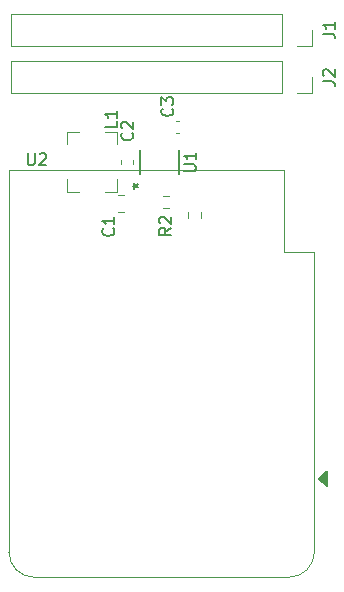
<source format=gbr>
%TF.GenerationSoftware,KiCad,Pcbnew,8.0.6*%
%TF.CreationDate,2024-10-31T15:28:50+01:00*%
%TF.ProjectId,PCB_FINAL2.1,5043425f-4649-44e4-914c-322e312e6b69,rev?*%
%TF.SameCoordinates,Original*%
%TF.FileFunction,Legend,Top*%
%TF.FilePolarity,Positive*%
%FSLAX46Y46*%
G04 Gerber Fmt 4.6, Leading zero omitted, Abs format (unit mm)*
G04 Created by KiCad (PCBNEW 8.0.6) date 2024-10-31 15:28:50*
%MOMM*%
%LPD*%
G01*
G04 APERTURE LIST*
%ADD10C,0.150000*%
%ADD11C,0.120000*%
%ADD12C,0.152400*%
G04 APERTURE END LIST*
D10*
X76754818Y-93716666D02*
X76754818Y-94192856D01*
X76754818Y-94192856D02*
X75754818Y-94192856D01*
X76754818Y-92859523D02*
X76754818Y-93430951D01*
X76754818Y-93145237D02*
X75754818Y-93145237D01*
X75754818Y-93145237D02*
X75897675Y-93240475D01*
X75897675Y-93240475D02*
X75992913Y-93335713D01*
X75992913Y-93335713D02*
X76040532Y-93430951D01*
X82454818Y-97961904D02*
X83264341Y-97961904D01*
X83264341Y-97961904D02*
X83359579Y-97914285D01*
X83359579Y-97914285D02*
X83407199Y-97866666D01*
X83407199Y-97866666D02*
X83454818Y-97771428D01*
X83454818Y-97771428D02*
X83454818Y-97580952D01*
X83454818Y-97580952D02*
X83407199Y-97485714D01*
X83407199Y-97485714D02*
X83359579Y-97438095D01*
X83359579Y-97438095D02*
X83264341Y-97390476D01*
X83264341Y-97390476D02*
X82454818Y-97390476D01*
X83454818Y-96390476D02*
X83454818Y-96961904D01*
X83454818Y-96676190D02*
X82454818Y-96676190D01*
X82454818Y-96676190D02*
X82597675Y-96771428D01*
X82597675Y-96771428D02*
X82692913Y-96866666D01*
X82692913Y-96866666D02*
X82740532Y-96961904D01*
X78104818Y-99200000D02*
X78342913Y-99200000D01*
X78247675Y-99438095D02*
X78342913Y-99200000D01*
X78342913Y-99200000D02*
X78247675Y-98961905D01*
X78533389Y-99342857D02*
X78342913Y-99200000D01*
X78342913Y-99200000D02*
X78533389Y-99057143D01*
X81354818Y-102766666D02*
X80878627Y-103099999D01*
X81354818Y-103338094D02*
X80354818Y-103338094D01*
X80354818Y-103338094D02*
X80354818Y-102957142D01*
X80354818Y-102957142D02*
X80402437Y-102861904D01*
X80402437Y-102861904D02*
X80450056Y-102814285D01*
X80450056Y-102814285D02*
X80545294Y-102766666D01*
X80545294Y-102766666D02*
X80688151Y-102766666D01*
X80688151Y-102766666D02*
X80783389Y-102814285D01*
X80783389Y-102814285D02*
X80831008Y-102861904D01*
X80831008Y-102861904D02*
X80878627Y-102957142D01*
X80878627Y-102957142D02*
X80878627Y-103338094D01*
X80450056Y-102385713D02*
X80402437Y-102338094D01*
X80402437Y-102338094D02*
X80354818Y-102242856D01*
X80354818Y-102242856D02*
X80354818Y-102004761D01*
X80354818Y-102004761D02*
X80402437Y-101909523D01*
X80402437Y-101909523D02*
X80450056Y-101861904D01*
X80450056Y-101861904D02*
X80545294Y-101814285D01*
X80545294Y-101814285D02*
X80640532Y-101814285D01*
X80640532Y-101814285D02*
X80783389Y-101861904D01*
X80783389Y-101861904D02*
X81354818Y-102433332D01*
X81354818Y-102433332D02*
X81354818Y-101814285D01*
X76459579Y-102816666D02*
X76507199Y-102864285D01*
X76507199Y-102864285D02*
X76554818Y-103007142D01*
X76554818Y-103007142D02*
X76554818Y-103102380D01*
X76554818Y-103102380D02*
X76507199Y-103245237D01*
X76507199Y-103245237D02*
X76411960Y-103340475D01*
X76411960Y-103340475D02*
X76316722Y-103388094D01*
X76316722Y-103388094D02*
X76126246Y-103435713D01*
X76126246Y-103435713D02*
X75983389Y-103435713D01*
X75983389Y-103435713D02*
X75792913Y-103388094D01*
X75792913Y-103388094D02*
X75697675Y-103340475D01*
X75697675Y-103340475D02*
X75602437Y-103245237D01*
X75602437Y-103245237D02*
X75554818Y-103102380D01*
X75554818Y-103102380D02*
X75554818Y-103007142D01*
X75554818Y-103007142D02*
X75602437Y-102864285D01*
X75602437Y-102864285D02*
X75650056Y-102816666D01*
X76554818Y-101864285D02*
X76554818Y-102435713D01*
X76554818Y-102149999D02*
X75554818Y-102149999D01*
X75554818Y-102149999D02*
X75697675Y-102245237D01*
X75697675Y-102245237D02*
X75792913Y-102340475D01*
X75792913Y-102340475D02*
X75840532Y-102435713D01*
X94224818Y-86333333D02*
X94939103Y-86333333D01*
X94939103Y-86333333D02*
X95081960Y-86380952D01*
X95081960Y-86380952D02*
X95177199Y-86476190D01*
X95177199Y-86476190D02*
X95224818Y-86619047D01*
X95224818Y-86619047D02*
X95224818Y-86714285D01*
X95224818Y-85333333D02*
X95224818Y-85904761D01*
X95224818Y-85619047D02*
X94224818Y-85619047D01*
X94224818Y-85619047D02*
X94367675Y-85714285D01*
X94367675Y-85714285D02*
X94462913Y-85809523D01*
X94462913Y-85809523D02*
X94510532Y-85904761D01*
X81459579Y-92666666D02*
X81507199Y-92714285D01*
X81507199Y-92714285D02*
X81554818Y-92857142D01*
X81554818Y-92857142D02*
X81554818Y-92952380D01*
X81554818Y-92952380D02*
X81507199Y-93095237D01*
X81507199Y-93095237D02*
X81411960Y-93190475D01*
X81411960Y-93190475D02*
X81316722Y-93238094D01*
X81316722Y-93238094D02*
X81126246Y-93285713D01*
X81126246Y-93285713D02*
X80983389Y-93285713D01*
X80983389Y-93285713D02*
X80792913Y-93238094D01*
X80792913Y-93238094D02*
X80697675Y-93190475D01*
X80697675Y-93190475D02*
X80602437Y-93095237D01*
X80602437Y-93095237D02*
X80554818Y-92952380D01*
X80554818Y-92952380D02*
X80554818Y-92857142D01*
X80554818Y-92857142D02*
X80602437Y-92714285D01*
X80602437Y-92714285D02*
X80650056Y-92666666D01*
X80554818Y-92333332D02*
X80554818Y-91714285D01*
X80554818Y-91714285D02*
X80935770Y-92047618D01*
X80935770Y-92047618D02*
X80935770Y-91904761D01*
X80935770Y-91904761D02*
X80983389Y-91809523D01*
X80983389Y-91809523D02*
X81031008Y-91761904D01*
X81031008Y-91761904D02*
X81126246Y-91714285D01*
X81126246Y-91714285D02*
X81364341Y-91714285D01*
X81364341Y-91714285D02*
X81459579Y-91761904D01*
X81459579Y-91761904D02*
X81507199Y-91809523D01*
X81507199Y-91809523D02*
X81554818Y-91904761D01*
X81554818Y-91904761D02*
X81554818Y-92190475D01*
X81554818Y-92190475D02*
X81507199Y-92285713D01*
X81507199Y-92285713D02*
X81459579Y-92333332D01*
X78059579Y-94716666D02*
X78107199Y-94764285D01*
X78107199Y-94764285D02*
X78154818Y-94907142D01*
X78154818Y-94907142D02*
X78154818Y-95002380D01*
X78154818Y-95002380D02*
X78107199Y-95145237D01*
X78107199Y-95145237D02*
X78011960Y-95240475D01*
X78011960Y-95240475D02*
X77916722Y-95288094D01*
X77916722Y-95288094D02*
X77726246Y-95335713D01*
X77726246Y-95335713D02*
X77583389Y-95335713D01*
X77583389Y-95335713D02*
X77392913Y-95288094D01*
X77392913Y-95288094D02*
X77297675Y-95240475D01*
X77297675Y-95240475D02*
X77202437Y-95145237D01*
X77202437Y-95145237D02*
X77154818Y-95002380D01*
X77154818Y-95002380D02*
X77154818Y-94907142D01*
X77154818Y-94907142D02*
X77202437Y-94764285D01*
X77202437Y-94764285D02*
X77250056Y-94716666D01*
X77250056Y-94335713D02*
X77202437Y-94288094D01*
X77202437Y-94288094D02*
X77154818Y-94192856D01*
X77154818Y-94192856D02*
X77154818Y-93954761D01*
X77154818Y-93954761D02*
X77202437Y-93859523D01*
X77202437Y-93859523D02*
X77250056Y-93811904D01*
X77250056Y-93811904D02*
X77345294Y-93764285D01*
X77345294Y-93764285D02*
X77440532Y-93764285D01*
X77440532Y-93764285D02*
X77583389Y-93811904D01*
X77583389Y-93811904D02*
X78154818Y-94383332D01*
X78154818Y-94383332D02*
X78154818Y-93764285D01*
X69238094Y-96454819D02*
X69238094Y-97264342D01*
X69238094Y-97264342D02*
X69285713Y-97359580D01*
X69285713Y-97359580D02*
X69333332Y-97407200D01*
X69333332Y-97407200D02*
X69428570Y-97454819D01*
X69428570Y-97454819D02*
X69619046Y-97454819D01*
X69619046Y-97454819D02*
X69714284Y-97407200D01*
X69714284Y-97407200D02*
X69761903Y-97359580D01*
X69761903Y-97359580D02*
X69809522Y-97264342D01*
X69809522Y-97264342D02*
X69809522Y-96454819D01*
X70238094Y-96550057D02*
X70285713Y-96502438D01*
X70285713Y-96502438D02*
X70380951Y-96454819D01*
X70380951Y-96454819D02*
X70619046Y-96454819D01*
X70619046Y-96454819D02*
X70714284Y-96502438D01*
X70714284Y-96502438D02*
X70761903Y-96550057D01*
X70761903Y-96550057D02*
X70809522Y-96645295D01*
X70809522Y-96645295D02*
X70809522Y-96740533D01*
X70809522Y-96740533D02*
X70761903Y-96883390D01*
X70761903Y-96883390D02*
X70190475Y-97454819D01*
X70190475Y-97454819D02*
X70809522Y-97454819D01*
X94224818Y-90333333D02*
X94939103Y-90333333D01*
X94939103Y-90333333D02*
X95081960Y-90380952D01*
X95081960Y-90380952D02*
X95177199Y-90476190D01*
X95177199Y-90476190D02*
X95224818Y-90619047D01*
X95224818Y-90619047D02*
X95224818Y-90714285D01*
X94320056Y-89904761D02*
X94272437Y-89857142D01*
X94272437Y-89857142D02*
X94224818Y-89761904D01*
X94224818Y-89761904D02*
X94224818Y-89523809D01*
X94224818Y-89523809D02*
X94272437Y-89428571D01*
X94272437Y-89428571D02*
X94320056Y-89380952D01*
X94320056Y-89380952D02*
X94415294Y-89333333D01*
X94415294Y-89333333D02*
X94510532Y-89333333D01*
X94510532Y-89333333D02*
X94653389Y-89380952D01*
X94653389Y-89380952D02*
X95224818Y-89952380D01*
X95224818Y-89952380D02*
X95224818Y-89333333D01*
D11*
%TO.C,L1*%
X72539999Y-95635000D02*
X72539999Y-94610000D01*
X72539999Y-98665000D02*
X72539999Y-99690000D01*
X73564999Y-94610000D02*
X72539999Y-94610000D01*
X73564999Y-99690000D02*
X72539999Y-99690000D01*
X75734999Y-94610000D02*
X76759999Y-94610000D01*
X75734999Y-99690000D02*
X76759999Y-99690000D01*
X76759999Y-95635000D02*
X76759999Y-94610000D01*
X76759999Y-98665000D02*
X76759999Y-99690000D01*
D12*
%TO.C,U1*%
X78748999Y-98203301D02*
X78748999Y-96196701D01*
X82050999Y-96196701D02*
X82050999Y-98203301D01*
D11*
%TO.C,R2*%
X80645275Y-100039952D02*
X81154723Y-100039952D01*
X80645275Y-101084952D02*
X81154723Y-101084952D01*
%TO.C,C1*%
X76888747Y-99965001D02*
X77411251Y-99965001D01*
X76888747Y-101435001D02*
X77411251Y-101435001D01*
%TO.C,J1*%
X67809999Y-84670000D02*
X67809999Y-87330000D01*
X90729999Y-84670000D02*
X67809999Y-84670000D01*
X90729999Y-84670000D02*
X90729999Y-87330000D01*
X90729999Y-87330000D02*
X67809999Y-87330000D01*
X93329999Y-86000000D02*
X93329999Y-87330000D01*
X93329999Y-87330000D02*
X91999999Y-87330000D01*
%TO.C,C3*%
X81753732Y-93690001D02*
X82046266Y-93690001D01*
X81753732Y-94710001D02*
X82046266Y-94710001D01*
%TO.C,R1*%
X82827500Y-101445276D02*
X82827500Y-101954724D01*
X83872500Y-101445276D02*
X83872500Y-101954724D01*
%TO.C,C2*%
X77139999Y-97053734D02*
X77139999Y-97346268D01*
X78159999Y-97053734D02*
X78159999Y-97346268D01*
%TO.C,U2*%
X67639999Y-97880000D02*
X67639999Y-130210000D01*
X69759999Y-132340000D02*
X91369999Y-132340000D01*
X90959999Y-97880000D02*
X67639999Y-97880000D01*
X90959999Y-104780000D02*
X90959999Y-97880000D01*
X93499999Y-104780000D02*
X90959999Y-104780000D01*
X93499999Y-104780000D02*
X93499999Y-130210000D01*
X69769999Y-132340000D02*
G75*
G02*
X67639999Y-130210000I0J2130000D01*
G01*
X93499999Y-130210000D02*
G75*
G02*
X91369999Y-132340000I-2130002J2D01*
G01*
D10*
X94539999Y-124635000D02*
X93904999Y-124000000D01*
X94539999Y-123365000D01*
X94539999Y-124635000D01*
G36*
X94539999Y-124635000D02*
G01*
X93904999Y-124000000D01*
X94539999Y-123365000D01*
X94539999Y-124635000D01*
G37*
D11*
%TO.C,J2*%
X67809999Y-88670000D02*
X67809999Y-91330000D01*
X90729999Y-88670000D02*
X67809999Y-88670000D01*
X90729999Y-88670000D02*
X90729999Y-91330000D01*
X90729999Y-91330000D02*
X67809999Y-91330000D01*
X93329999Y-90000000D02*
X93329999Y-91330000D01*
X93329999Y-91330000D02*
X91999999Y-91330000D01*
%TD*%
M02*

</source>
